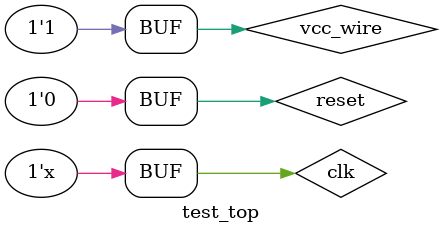
<source format=v>
`timescale 1ns / 1ps


module test_top(

    );
   
/*   reg clk = 0;
   reg [31:0] shift_reg = 0;
   reg chip_select = 1;
   reg data_clock_enabled = 0;
   reg tx_bit = 0;
//   reg hard_0 = 1;
//   reg hard_1 = 1;
//   reg temp_hard = 1;
   //reg 
   wire data_clock;
   wire out;
   wire tx_buffer;
   wire vcc_wire;
//   wire temp_1_wire;
//   wire temp_2_wire;
   initial begin
     #1000000 shift_reg = 32'h9000_0000;
     #20 chip_select = 0;
   end
   
   always @(negedge clk)
     data_clock_enabled <= ~chip_select;
   
    always #20
      clk = !clk;
      
   assign data_clock = data_clock_enabled ? clk : 0;

   always @(negedge chip_select or negedge data_clock)
     tx_bit <= shift_reg[31];
     
   always @(posedge data_clock)
     shift_reg <= shift_reg << 1;
     
   assign tx_buffer = chip_select ? 1'bz : tx_bit;
   assign vcc_wire = 1;
*/
     
     
reg clk = 0;
reg reset = 1;     
wire out_bit;
wire chip_select;
wire data_clk;
wire vcc_wire;
wire out;
wire [7:0] data_out_sim;

assign vcc_wire = 1;

     s25fl032p mod_0
     (
         data_clk,
         out_bit,         
         chip_select,
         vcc_wire,
         vcc_wire,
         out
     );
     
     /*module spi_block(
 clk,
 out_bit,
 chip_select,
 data_clk,
    );*/

     initial begin
     #1000000 reset <= 0;
     end
     
spi_block my_spi (
      clk,
      out_bit,
      out,
      data_out_sim,
      chip_select,
      data_clk,
      reset
         );

    always #20
      clk = !clk;
     

endmodule

</source>
